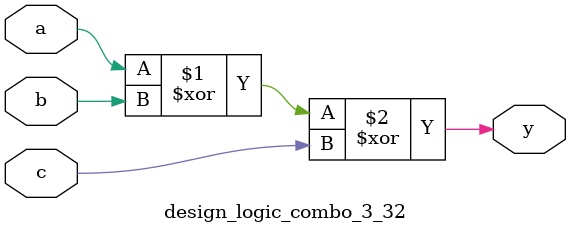
<source format=sv>
module design_logic_combo_3_32(input logic a,b,c, output logic y);
  assign y = (a ^ b) ^ c;
endmodule

</source>
